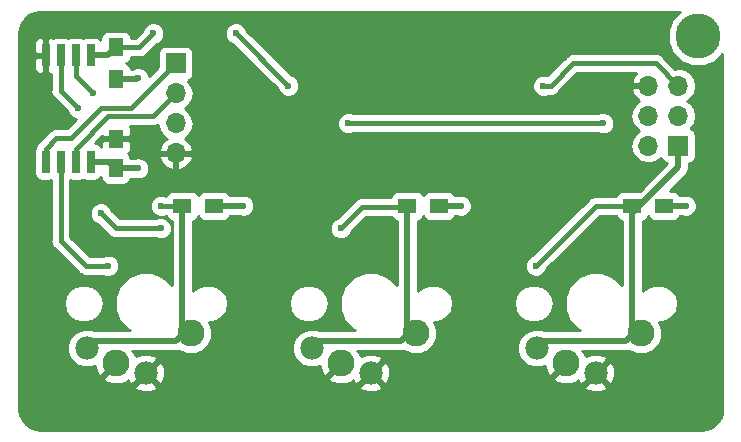
<source format=gbr>
G04 #@! TF.GenerationSoftware,KiCad,Pcbnew,(5.0.1)-4*
G04 #@! TF.CreationDate,2019-08-19T00:57:11-04:00*
G04 #@! TF.ProjectId,KeebCard,4B656562436172642E6B696361645F70,rev?*
G04 #@! TF.SameCoordinates,Original*
G04 #@! TF.FileFunction,Copper,L1,Top,Signal*
G04 #@! TF.FilePolarity,Positive*
%FSLAX46Y46*%
G04 Gerber Fmt 4.6, Leading zero omitted, Abs format (unit mm)*
G04 Created by KiCad (PCBNEW (5.0.1)-4) date 8/19/2019 12:57:11 AM*
%MOMM*%
%LPD*%
G01*
G04 APERTURE LIST*
G04 #@! TA.AperFunction,ComponentPad*
%ADD10C,1.987400*%
G04 #@! TD*
G04 #@! TA.AperFunction,ComponentPad*
%ADD11C,2.286000*%
G04 #@! TD*
G04 #@! TA.AperFunction,SMDPad,CuDef*
%ADD12R,1.500000X1.300000*%
G04 #@! TD*
G04 #@! TA.AperFunction,SMDPad,CuDef*
%ADD13R,1.250000X1.500000*%
G04 #@! TD*
G04 #@! TA.AperFunction,SMDPad,CuDef*
%ADD14R,1.300000X1.500000*%
G04 #@! TD*
G04 #@! TA.AperFunction,SMDPad,CuDef*
%ADD15R,0.650000X1.905000*%
G04 #@! TD*
G04 #@! TA.AperFunction,ComponentPad*
%ADD16R,1.700000X1.700000*%
G04 #@! TD*
G04 #@! TA.AperFunction,ComponentPad*
%ADD17O,1.700000X1.700000*%
G04 #@! TD*
G04 #@! TA.AperFunction,ComponentPad*
%ADD18C,3.800000*%
G04 #@! TD*
G04 #@! TA.AperFunction,ViaPad*
%ADD19C,0.600000*%
G04 #@! TD*
G04 #@! TA.AperFunction,Conductor*
%ADD20C,0.406400*%
G04 #@! TD*
G04 #@! TA.AperFunction,Conductor*
%ADD21C,0.508000*%
G04 #@! TD*
G04 #@! TA.AperFunction,Conductor*
%ADD22C,0.254000*%
G04 #@! TD*
G04 APERTURE END LIST*
D10*
G04 #@! TO.P,SW2,2*
G04 #@! TO.N,/PB3*
X131906000Y-127752000D03*
G04 #@! TO.P,SW2,1*
G04 #@! TO.N,GND*
X136906000Y-129852000D03*
D11*
X134366000Y-129032000D03*
G04 #@! TO.P,SW2,2*
G04 #@! TO.N,/PB3*
X140716000Y-126492000D03*
G04 #@! TD*
D10*
G04 #@! TO.P,SW3,2*
G04 #@! TO.N,/PB4*
X150956000Y-127752000D03*
G04 #@! TO.P,SW3,1*
G04 #@! TO.N,GND*
X155956000Y-129852000D03*
D11*
X153416000Y-129032000D03*
G04 #@! TO.P,SW3,2*
G04 #@! TO.N,/PB4*
X159766000Y-126492000D03*
G04 #@! TD*
D10*
G04 #@! TO.P,SW1,2*
G04 #@! TO.N,/PB1*
X170006000Y-127752000D03*
G04 #@! TO.P,SW1,1*
G04 #@! TO.N,GND*
X175006000Y-129852000D03*
D11*
X172466000Y-129032000D03*
G04 #@! TO.P,SW1,2*
G04 #@! TO.N,/PB1*
X178816000Y-126492000D03*
G04 #@! TD*
D12*
G04 #@! TO.P,R1,1*
G04 #@! TO.N,VCC*
X142701000Y-115697000D03*
G04 #@! TO.P,R1,2*
G04 #@! TO.N,/PB3*
X140001000Y-115697000D03*
G04 #@! TD*
G04 #@! TO.P,R2,1*
G04 #@! TO.N,VCC*
X161751000Y-115697000D03*
G04 #@! TO.P,R2,2*
G04 #@! TO.N,/PB4*
X159051000Y-115697000D03*
G04 #@! TD*
G04 #@! TO.P,R3,1*
G04 #@! TO.N,VCC*
X180801000Y-115697000D03*
G04 #@! TO.P,R3,2*
G04 #@! TO.N,/PB1*
X178101000Y-115697000D03*
G04 #@! TD*
D13*
G04 #@! TO.P,C1,1*
G04 #@! TO.N,VCC*
X134366000Y-112502000D03*
G04 #@! TO.P,C1,2*
G04 #@! TO.N,GND*
X134366000Y-110002000D03*
G04 #@! TD*
D14*
G04 #@! TO.P,R4,1*
G04 #@! TO.N,/PB5*
X134366000Y-102282000D03*
G04 #@! TO.P,R4,2*
G04 #@! TO.N,VCC*
X134366000Y-104982000D03*
G04 #@! TD*
D15*
G04 #@! TO.P,U1,1*
G04 #@! TO.N,/PB5*
X132231000Y-102962000D03*
G04 #@! TO.P,U1,2*
G04 #@! TO.N,/PB3*
X130961000Y-102962000D03*
G04 #@! TO.P,U1,3*
G04 #@! TO.N,/PB4*
X129691000Y-102962000D03*
G04 #@! TO.P,U1,4*
G04 #@! TO.N,GND*
X128421000Y-102962000D03*
G04 #@! TO.P,U1,5*
G04 #@! TO.N,/PB0*
X128421000Y-111962000D03*
G04 #@! TO.P,U1,6*
G04 #@! TO.N,/PB1*
X129691000Y-111962000D03*
G04 #@! TO.P,U1,7*
G04 #@! TO.N,/PB2*
X130961000Y-111962000D03*
G04 #@! TO.P,U1,8*
G04 #@! TO.N,VCC*
X132231000Y-111962000D03*
G04 #@! TD*
D16*
G04 #@! TO.P,J1,1*
G04 #@! TO.N,/PB1*
X181991000Y-110617000D03*
D17*
G04 #@! TO.P,J1,2*
G04 #@! TO.N,VCC*
X179451000Y-110617000D03*
G04 #@! TO.P,J1,3*
G04 #@! TO.N,/PB2*
X181991000Y-108077000D03*
G04 #@! TO.P,J1,4*
G04 #@! TO.N,/PB0*
X179451000Y-108077000D03*
G04 #@! TO.P,J1,5*
G04 #@! TO.N,/PB5*
X181991000Y-105537000D03*
G04 #@! TO.P,J1,6*
G04 #@! TO.N,GND*
X179451000Y-105537000D03*
G04 #@! TD*
D16*
G04 #@! TO.P,DS1,4*
G04 #@! TO.N,/PB0*
X139446000Y-103632000D03*
D17*
G04 #@! TO.P,DS1,3*
G04 #@! TO.N,/PB2*
X139446000Y-106172000D03*
G04 #@! TO.P,DS1,2*
G04 #@! TO.N,VCC*
X139446000Y-108712000D03*
G04 #@! TO.P,DS1,1*
G04 #@! TO.N,GND*
X139446000Y-111252000D03*
G04 #@! TD*
D18*
G04 #@! TO.P,REF\002A\002A,1*
G04 #@! TO.N,N/C*
X183642000Y-101346000D03*
G04 #@! TD*
D19*
G04 #@! TO.N,/PB2*
X175641000Y-108712000D03*
X154051000Y-108712000D03*
G04 #@! TO.N,/PB3*
X138176000Y-115697000D03*
X132461000Y-106172000D03*
G04 #@! TO.N,/PB5*
X170561000Y-105537000D03*
X148971000Y-105537000D03*
X137541000Y-101092000D03*
X144526000Y-101092000D03*
G04 #@! TO.N,/PB1*
X169926000Y-120777000D03*
X133731000Y-120777000D03*
G04 #@! TO.N,/PB4*
X153416000Y-117602000D03*
X138176000Y-117602000D03*
X133096000Y-116332000D03*
X131191000Y-107442000D03*
G04 #@! TO.N,VCC*
X163576000Y-115697000D03*
X182626000Y-115697000D03*
X145161000Y-115697000D03*
X136271000Y-112522000D03*
X136271000Y-104902000D03*
G04 #@! TD*
D20*
G04 #@! TO.N,/PB2*
X154051000Y-108712000D02*
X175641000Y-108712000D01*
X130961000Y-111962000D02*
X130961000Y-110847000D01*
X137541000Y-108077000D02*
X139446000Y-106172000D01*
X133731000Y-108077000D02*
X137541000Y-108077000D01*
X130961000Y-110847000D02*
X133731000Y-108077000D01*
G04 #@! TO.N,/PB0*
X128421000Y-111962000D02*
X128421000Y-110847000D01*
X135636000Y-107442000D02*
X139446000Y-103632000D01*
X133096000Y-107442000D02*
X135636000Y-107442000D01*
X130556000Y-109982000D02*
X133096000Y-107442000D01*
X129286000Y-109982000D02*
X130556000Y-109982000D01*
X128421000Y-110847000D02*
X129286000Y-109982000D01*
D21*
G04 #@! TO.N,/PB3*
X140001000Y-115697000D02*
X140001000Y-125142000D01*
X140001000Y-125777000D02*
X140716000Y-126492000D01*
X140001000Y-125142000D02*
X140001000Y-125777000D01*
D20*
X130961000Y-102962000D02*
X130961000Y-104672000D01*
X138176000Y-115697000D02*
X140001000Y-115697000D01*
X130961000Y-104672000D02*
X132461000Y-106172000D01*
D21*
X140716000Y-126492000D02*
X140081000Y-126492000D01*
X132531000Y-127127000D02*
X131906000Y-127752000D01*
X139446000Y-127127000D02*
X132531000Y-127127000D01*
X140081000Y-126492000D02*
X139446000Y-127127000D01*
G04 #@! TO.N,/PB5*
X132231000Y-102962000D02*
X133686000Y-102962000D01*
X133686000Y-102962000D02*
X134366000Y-102282000D01*
D20*
X134366000Y-102282000D02*
X136351000Y-102282000D01*
X171196000Y-105537000D02*
X173101000Y-103632000D01*
X170561000Y-105537000D02*
X171196000Y-105537000D01*
X180086000Y-103632000D02*
X181991000Y-105537000D01*
X173101000Y-103632000D02*
X180086000Y-103632000D01*
X144526000Y-101092000D02*
X148971000Y-105537000D01*
X136351000Y-102282000D02*
X137541000Y-101092000D01*
D21*
G04 #@! TO.N,/PB1*
X178816000Y-126492000D02*
X178101000Y-125777000D01*
X178101000Y-125142000D02*
X178101000Y-115697000D01*
X178101000Y-125142000D02*
X178101000Y-125777000D01*
D20*
X169926000Y-120777000D02*
X175006000Y-115697000D01*
X178101000Y-115697000D02*
X175006000Y-115697000D01*
X129691000Y-118642000D02*
X131826000Y-120777000D01*
X131826000Y-120777000D02*
X133731000Y-120777000D01*
X129691000Y-118642000D02*
X129691000Y-117348000D01*
X129691000Y-117372000D02*
X129691000Y-117348000D01*
X129691000Y-117348000D02*
X129691000Y-111962000D01*
D21*
X181991000Y-110617000D02*
X181991000Y-112442000D01*
X181991000Y-112442000D02*
X178101000Y-116332000D01*
X178816000Y-126492000D02*
X178181000Y-126492000D01*
X170631000Y-127127000D02*
X170006000Y-127752000D01*
X177546000Y-127127000D02*
X170631000Y-127127000D01*
X178181000Y-126492000D02*
X177546000Y-127127000D01*
G04 #@! TO.N,/PB4*
X159051000Y-115824000D02*
X159051000Y-125142000D01*
X159051000Y-125777000D02*
X159766000Y-126492000D01*
X159051000Y-125142000D02*
X159051000Y-125777000D01*
D20*
X129691000Y-102962000D02*
X129691000Y-105942000D01*
X155194000Y-115824000D02*
X159051000Y-115824000D01*
X153416000Y-117602000D02*
X155194000Y-115824000D01*
X134366000Y-117602000D02*
X138176000Y-117602000D01*
X133096000Y-116332000D02*
X134366000Y-117602000D01*
X129691000Y-105942000D02*
X131191000Y-107442000D01*
D21*
X159766000Y-126492000D02*
X159131000Y-126492000D01*
X151581000Y-127127000D02*
X150956000Y-127752000D01*
X158496000Y-127127000D02*
X151581000Y-127127000D01*
X159131000Y-126492000D02*
X158496000Y-127127000D01*
G04 #@! TO.N,VCC*
X132231000Y-111962000D02*
X133826000Y-111962000D01*
X133826000Y-111962000D02*
X134366000Y-112502000D01*
X161751000Y-115697000D02*
X163576000Y-115697000D01*
X180801000Y-115697000D02*
X182626000Y-115697000D01*
X142701000Y-115697000D02*
X145161000Y-115697000D01*
X134366000Y-112502000D02*
X136251000Y-112502000D01*
X136251000Y-112502000D02*
X136271000Y-112522000D01*
X134366000Y-104982000D02*
X136191000Y-104982000D01*
X136191000Y-104982000D02*
X136271000Y-104902000D01*
G04 #@! TD*
D22*
G04 #@! TO.N,GND*
G36*
X181492930Y-99910038D02*
X181107000Y-100841757D01*
X181107000Y-101850243D01*
X181492930Y-102781962D01*
X182206038Y-103495070D01*
X183137757Y-103881000D01*
X184146243Y-103881000D01*
X185077962Y-103495070D01*
X185726001Y-102847031D01*
X185726000Y-132797333D01*
X185663042Y-133295699D01*
X185494697Y-133720889D01*
X185225899Y-134090859D01*
X184873541Y-134382355D01*
X184459756Y-134577067D01*
X183977339Y-134669093D01*
X183884836Y-134672000D01*
X128060667Y-134672000D01*
X127562301Y-134609042D01*
X127137111Y-134440697D01*
X126767141Y-134171899D01*
X126475645Y-133819541D01*
X126280933Y-133405756D01*
X126188907Y-132923339D01*
X126186000Y-132830836D01*
X126186000Y-130999973D01*
X135937632Y-130999973D01*
X136035523Y-131266175D01*
X136642965Y-131491645D01*
X137290452Y-131467494D01*
X137776477Y-131266175D01*
X137874368Y-130999973D01*
X154987632Y-130999973D01*
X155085523Y-131266175D01*
X155692965Y-131491645D01*
X156340452Y-131467494D01*
X156826477Y-131266175D01*
X156924368Y-130999973D01*
X174037632Y-130999973D01*
X174135523Y-131266175D01*
X174742965Y-131491645D01*
X175390452Y-131467494D01*
X175876477Y-131266175D01*
X175974368Y-130999973D01*
X175006000Y-130031605D01*
X174037632Y-130999973D01*
X156924368Y-130999973D01*
X155956000Y-130031605D01*
X154987632Y-130999973D01*
X137874368Y-130999973D01*
X136906000Y-130031605D01*
X135937632Y-130999973D01*
X126186000Y-130999973D01*
X126186000Y-127428031D01*
X130277300Y-127428031D01*
X130277300Y-128075969D01*
X130525255Y-128674584D01*
X130983416Y-129132745D01*
X131582031Y-129380700D01*
X132229969Y-129380700D01*
X132593268Y-129230216D01*
X132599751Y-129440329D01*
X132828342Y-129992194D01*
X133110037Y-130108358D01*
X134186395Y-129032000D01*
X134172253Y-129017858D01*
X134351858Y-128838253D01*
X134366000Y-128852395D01*
X134380143Y-128838253D01*
X134559748Y-129017858D01*
X134545605Y-129032000D01*
X134559748Y-129046143D01*
X134380143Y-129225748D01*
X134366000Y-129211605D01*
X133289642Y-130287963D01*
X133405806Y-130569658D01*
X134067333Y-130820062D01*
X134774329Y-130798249D01*
X135326194Y-130569658D01*
X135377246Y-130445859D01*
X135491825Y-130722477D01*
X135758027Y-130820368D01*
X136726395Y-129852000D01*
X137085605Y-129852000D01*
X138053973Y-130820368D01*
X138320175Y-130722477D01*
X138545645Y-130115035D01*
X138521494Y-129467548D01*
X138320175Y-128981523D01*
X138053973Y-128883632D01*
X137085605Y-129852000D01*
X136726395Y-129852000D01*
X136712253Y-129837858D01*
X136891858Y-129658253D01*
X136906000Y-129672395D01*
X137874368Y-128704027D01*
X137776477Y-128437825D01*
X137169035Y-128212355D01*
X136521548Y-128236506D01*
X136052377Y-128430844D01*
X135903658Y-128071806D01*
X135768330Y-128016000D01*
X139358445Y-128016000D01*
X139446000Y-128033416D01*
X139533555Y-128016000D01*
X139533556Y-128016000D01*
X139693678Y-127984150D01*
X139708844Y-127999316D01*
X140362334Y-128270000D01*
X141069666Y-128270000D01*
X141723156Y-127999316D01*
X142223316Y-127499156D01*
X142252776Y-127428031D01*
X149327300Y-127428031D01*
X149327300Y-128075969D01*
X149575255Y-128674584D01*
X150033416Y-129132745D01*
X150632031Y-129380700D01*
X151279969Y-129380700D01*
X151643268Y-129230216D01*
X151649751Y-129440329D01*
X151878342Y-129992194D01*
X152160037Y-130108358D01*
X153236395Y-129032000D01*
X153222253Y-129017858D01*
X153401858Y-128838253D01*
X153416000Y-128852395D01*
X153430143Y-128838253D01*
X153609748Y-129017858D01*
X153595605Y-129032000D01*
X153609748Y-129046143D01*
X153430143Y-129225748D01*
X153416000Y-129211605D01*
X152339642Y-130287963D01*
X152455806Y-130569658D01*
X153117333Y-130820062D01*
X153824329Y-130798249D01*
X154376194Y-130569658D01*
X154427246Y-130445859D01*
X154541825Y-130722477D01*
X154808027Y-130820368D01*
X155776395Y-129852000D01*
X156135605Y-129852000D01*
X157103973Y-130820368D01*
X157370175Y-130722477D01*
X157595645Y-130115035D01*
X157571494Y-129467548D01*
X157370175Y-128981523D01*
X157103973Y-128883632D01*
X156135605Y-129852000D01*
X155776395Y-129852000D01*
X155762253Y-129837858D01*
X155941858Y-129658253D01*
X155956000Y-129672395D01*
X156924368Y-128704027D01*
X156826477Y-128437825D01*
X156219035Y-128212355D01*
X155571548Y-128236506D01*
X155102377Y-128430844D01*
X154953658Y-128071806D01*
X154818330Y-128016000D01*
X158408445Y-128016000D01*
X158496000Y-128033416D01*
X158583555Y-128016000D01*
X158583556Y-128016000D01*
X158743678Y-127984150D01*
X158758844Y-127999316D01*
X159412334Y-128270000D01*
X160119666Y-128270000D01*
X160773156Y-127999316D01*
X161273316Y-127499156D01*
X161302776Y-127428031D01*
X168377300Y-127428031D01*
X168377300Y-128075969D01*
X168625255Y-128674584D01*
X169083416Y-129132745D01*
X169682031Y-129380700D01*
X170329969Y-129380700D01*
X170693268Y-129230216D01*
X170699751Y-129440329D01*
X170928342Y-129992194D01*
X171210037Y-130108358D01*
X172286395Y-129032000D01*
X172272253Y-129017858D01*
X172451858Y-128838253D01*
X172466000Y-128852395D01*
X172480143Y-128838253D01*
X172659748Y-129017858D01*
X172645605Y-129032000D01*
X172659748Y-129046143D01*
X172480143Y-129225748D01*
X172466000Y-129211605D01*
X171389642Y-130287963D01*
X171505806Y-130569658D01*
X172167333Y-130820062D01*
X172874329Y-130798249D01*
X173426194Y-130569658D01*
X173477246Y-130445859D01*
X173591825Y-130722477D01*
X173858027Y-130820368D01*
X174826395Y-129852000D01*
X175185605Y-129852000D01*
X176153973Y-130820368D01*
X176420175Y-130722477D01*
X176645645Y-130115035D01*
X176621494Y-129467548D01*
X176420175Y-128981523D01*
X176153973Y-128883632D01*
X175185605Y-129852000D01*
X174826395Y-129852000D01*
X174812253Y-129837858D01*
X174991858Y-129658253D01*
X175006000Y-129672395D01*
X175974368Y-128704027D01*
X175876477Y-128437825D01*
X175269035Y-128212355D01*
X174621548Y-128236506D01*
X174152377Y-128430844D01*
X174003658Y-128071806D01*
X173868330Y-128016000D01*
X177458445Y-128016000D01*
X177546000Y-128033416D01*
X177633555Y-128016000D01*
X177633556Y-128016000D01*
X177793678Y-127984150D01*
X177808844Y-127999316D01*
X178462334Y-128270000D01*
X179169666Y-128270000D01*
X179823156Y-127999316D01*
X180323316Y-127499156D01*
X180594000Y-126845666D01*
X180594000Y-126138334D01*
X180344920Y-125537000D01*
X180512103Y-125537000D01*
X180974436Y-125445036D01*
X181498721Y-125094721D01*
X181849036Y-124570436D01*
X181972051Y-123952000D01*
X181849036Y-123333564D01*
X181498721Y-122809279D01*
X180974436Y-122458964D01*
X180512103Y-122367000D01*
X180028997Y-122367000D01*
X179566664Y-122458964D01*
X179042379Y-122809279D01*
X178990000Y-122887670D01*
X178990000Y-116966791D01*
X179098765Y-116945157D01*
X179308809Y-116804809D01*
X179449157Y-116594765D01*
X179451000Y-116585500D01*
X179452843Y-116594765D01*
X179593191Y-116804809D01*
X179803235Y-116945157D01*
X180051000Y-116994440D01*
X181551000Y-116994440D01*
X181798765Y-116945157D01*
X182008809Y-116804809D01*
X182149157Y-116594765D01*
X182150900Y-116586000D01*
X182328963Y-116586000D01*
X182440017Y-116632000D01*
X182811983Y-116632000D01*
X183155635Y-116489655D01*
X183418655Y-116226635D01*
X183561000Y-115882983D01*
X183561000Y-115511017D01*
X183418655Y-115167365D01*
X183155635Y-114904345D01*
X182811983Y-114762000D01*
X182440017Y-114762000D01*
X182328963Y-114808000D01*
X182150900Y-114808000D01*
X182149157Y-114799235D01*
X182008809Y-114589191D01*
X181798765Y-114448843D01*
X181551000Y-114399560D01*
X181290676Y-114399560D01*
X182557707Y-113132529D01*
X182631933Y-113082933D01*
X182828419Y-112788870D01*
X182880000Y-112529556D01*
X182880000Y-112529555D01*
X182897416Y-112442000D01*
X182880000Y-112354445D01*
X182880000Y-112106682D01*
X183088765Y-112065157D01*
X183298809Y-111924809D01*
X183439157Y-111714765D01*
X183488440Y-111467000D01*
X183488440Y-109767000D01*
X183439157Y-109519235D01*
X183298809Y-109309191D01*
X183088765Y-109168843D01*
X183043381Y-109159816D01*
X183061625Y-109147625D01*
X183389839Y-108656418D01*
X183505092Y-108077000D01*
X183389839Y-107497582D01*
X183061625Y-107006375D01*
X182763239Y-106807000D01*
X183061625Y-106607625D01*
X183389839Y-106116418D01*
X183505092Y-105537000D01*
X183389839Y-104957582D01*
X183061625Y-104466375D01*
X182570418Y-104138161D01*
X182137256Y-104052000D01*
X181844744Y-104052000D01*
X181716836Y-104077442D01*
X180737072Y-103097679D01*
X180690308Y-103027692D01*
X180413049Y-102842433D01*
X180168554Y-102793800D01*
X180168549Y-102793800D01*
X180086000Y-102777380D01*
X180003451Y-102793800D01*
X173183549Y-102793800D01*
X173101000Y-102777380D01*
X173018451Y-102793800D01*
X173018446Y-102793800D01*
X172773951Y-102842433D01*
X172718557Y-102879446D01*
X172566677Y-102980929D01*
X172566676Y-102980930D01*
X172496692Y-103027692D01*
X172449930Y-103097676D01*
X170887431Y-104660175D01*
X170746983Y-104602000D01*
X170375017Y-104602000D01*
X170031365Y-104744345D01*
X169768345Y-105007365D01*
X169626000Y-105351017D01*
X169626000Y-105722983D01*
X169768345Y-106066635D01*
X170031365Y-106329655D01*
X170375017Y-106472000D01*
X170746983Y-106472000D01*
X170980679Y-106375200D01*
X171113451Y-106375200D01*
X171196000Y-106391620D01*
X171278549Y-106375200D01*
X171278554Y-106375200D01*
X171523049Y-106326567D01*
X171800308Y-106141308D01*
X171847072Y-106071321D01*
X173448194Y-104470200D01*
X178452642Y-104470200D01*
X178179355Y-104770076D01*
X178009524Y-105180110D01*
X178130845Y-105410000D01*
X179324000Y-105410000D01*
X179324000Y-105390000D01*
X179578000Y-105390000D01*
X179578000Y-105410000D01*
X179598000Y-105410000D01*
X179598000Y-105664000D01*
X179578000Y-105664000D01*
X179578000Y-105684000D01*
X179324000Y-105684000D01*
X179324000Y-105664000D01*
X178130845Y-105664000D01*
X178009524Y-105893890D01*
X178179355Y-106303924D01*
X178569642Y-106732183D01*
X178699478Y-106793157D01*
X178380375Y-107006375D01*
X178052161Y-107497582D01*
X177936908Y-108077000D01*
X178052161Y-108656418D01*
X178380375Y-109147625D01*
X178678761Y-109347000D01*
X178380375Y-109546375D01*
X178052161Y-110037582D01*
X177936908Y-110617000D01*
X178052161Y-111196418D01*
X178380375Y-111687625D01*
X178871582Y-112015839D01*
X179304744Y-112102000D01*
X179597256Y-112102000D01*
X180030418Y-112015839D01*
X180521625Y-111687625D01*
X180533816Y-111669381D01*
X180542843Y-111714765D01*
X180683191Y-111924809D01*
X180893235Y-112065157D01*
X181074543Y-112101221D01*
X178776205Y-114399560D01*
X177351000Y-114399560D01*
X177103235Y-114448843D01*
X176893191Y-114589191D01*
X176752843Y-114799235D01*
X176740995Y-114858800D01*
X175088549Y-114858800D01*
X175006000Y-114842380D01*
X174923451Y-114858800D01*
X174923446Y-114858800D01*
X174678951Y-114907433D01*
X174678949Y-114907434D01*
X174678950Y-114907434D01*
X174471677Y-115045929D01*
X174471676Y-115045930D01*
X174401692Y-115092692D01*
X174354930Y-115162676D01*
X169630062Y-119887545D01*
X169396365Y-119984345D01*
X169133345Y-120247365D01*
X168991000Y-120591017D01*
X168991000Y-120962983D01*
X169133345Y-121306635D01*
X169396365Y-121569655D01*
X169740017Y-121712000D01*
X170111983Y-121712000D01*
X170455635Y-121569655D01*
X170718655Y-121306635D01*
X170815455Y-121072938D01*
X175353194Y-116535200D01*
X176740995Y-116535200D01*
X176752843Y-116594765D01*
X176893191Y-116804809D01*
X177103235Y-116945157D01*
X177212001Y-116966792D01*
X177212000Y-122440174D01*
X176495152Y-121723326D01*
X175528921Y-121323100D01*
X174483079Y-121323100D01*
X173516848Y-121723326D01*
X172777326Y-122462848D01*
X172377100Y-123429079D01*
X172377100Y-124474921D01*
X172777326Y-125441152D01*
X173516848Y-126180674D01*
X173655245Y-126238000D01*
X170718550Y-126238000D01*
X170630999Y-126220585D01*
X170586300Y-126229476D01*
X170329969Y-126123300D01*
X169682031Y-126123300D01*
X169083416Y-126371255D01*
X168625255Y-126829416D01*
X168377300Y-127428031D01*
X161302776Y-127428031D01*
X161544000Y-126845666D01*
X161544000Y-126138334D01*
X161294920Y-125537000D01*
X161462103Y-125537000D01*
X161924436Y-125445036D01*
X162448721Y-125094721D01*
X162799036Y-124570436D01*
X162922051Y-123952000D01*
X168039949Y-123952000D01*
X168162964Y-124570436D01*
X168513279Y-125094721D01*
X169037564Y-125445036D01*
X169499897Y-125537000D01*
X169983003Y-125537000D01*
X170445336Y-125445036D01*
X170969621Y-125094721D01*
X171319936Y-124570436D01*
X171442951Y-123952000D01*
X171319936Y-123333564D01*
X170969621Y-122809279D01*
X170445336Y-122458964D01*
X169983003Y-122367000D01*
X169499897Y-122367000D01*
X169037564Y-122458964D01*
X168513279Y-122809279D01*
X168162964Y-123333564D01*
X168039949Y-123952000D01*
X162922051Y-123952000D01*
X162799036Y-123333564D01*
X162448721Y-122809279D01*
X161924436Y-122458964D01*
X161462103Y-122367000D01*
X160978997Y-122367000D01*
X160516664Y-122458964D01*
X159992379Y-122809279D01*
X159940000Y-122887670D01*
X159940000Y-116966791D01*
X160048765Y-116945157D01*
X160258809Y-116804809D01*
X160399157Y-116594765D01*
X160401000Y-116585500D01*
X160402843Y-116594765D01*
X160543191Y-116804809D01*
X160753235Y-116945157D01*
X161001000Y-116994440D01*
X162501000Y-116994440D01*
X162748765Y-116945157D01*
X162958809Y-116804809D01*
X163099157Y-116594765D01*
X163100900Y-116586000D01*
X163278963Y-116586000D01*
X163390017Y-116632000D01*
X163761983Y-116632000D01*
X164105635Y-116489655D01*
X164368655Y-116226635D01*
X164511000Y-115882983D01*
X164511000Y-115511017D01*
X164368655Y-115167365D01*
X164105635Y-114904345D01*
X163761983Y-114762000D01*
X163390017Y-114762000D01*
X163278963Y-114808000D01*
X163100900Y-114808000D01*
X163099157Y-114799235D01*
X162958809Y-114589191D01*
X162748765Y-114448843D01*
X162501000Y-114399560D01*
X161001000Y-114399560D01*
X160753235Y-114448843D01*
X160543191Y-114589191D01*
X160402843Y-114799235D01*
X160401000Y-114808500D01*
X160399157Y-114799235D01*
X160258809Y-114589191D01*
X160048765Y-114448843D01*
X159801000Y-114399560D01*
X158301000Y-114399560D01*
X158053235Y-114448843D01*
X157843191Y-114589191D01*
X157702843Y-114799235D01*
X157665733Y-114985800D01*
X155276549Y-114985800D01*
X155194000Y-114969380D01*
X155111451Y-114985800D01*
X155111446Y-114985800D01*
X154866951Y-115034433D01*
X154834574Y-115056067D01*
X154659677Y-115172929D01*
X154659676Y-115172930D01*
X154589692Y-115219692D01*
X154542930Y-115289676D01*
X153120062Y-116712545D01*
X152886365Y-116809345D01*
X152623345Y-117072365D01*
X152481000Y-117416017D01*
X152481000Y-117787983D01*
X152623345Y-118131635D01*
X152886365Y-118394655D01*
X153230017Y-118537000D01*
X153601983Y-118537000D01*
X153945635Y-118394655D01*
X154208655Y-118131635D01*
X154305455Y-117897938D01*
X155541194Y-116662200D01*
X157747902Y-116662200D01*
X157843191Y-116804809D01*
X158053235Y-116945157D01*
X158162000Y-116966791D01*
X158162001Y-122440175D01*
X157445152Y-121723326D01*
X156478921Y-121323100D01*
X155433079Y-121323100D01*
X154466848Y-121723326D01*
X153727326Y-122462848D01*
X153327100Y-123429079D01*
X153327100Y-124474921D01*
X153727326Y-125441152D01*
X154466848Y-126180674D01*
X154605245Y-126238000D01*
X151668550Y-126238000D01*
X151580999Y-126220585D01*
X151536300Y-126229476D01*
X151279969Y-126123300D01*
X150632031Y-126123300D01*
X150033416Y-126371255D01*
X149575255Y-126829416D01*
X149327300Y-127428031D01*
X142252776Y-127428031D01*
X142494000Y-126845666D01*
X142494000Y-126138334D01*
X142244920Y-125537000D01*
X142412103Y-125537000D01*
X142874436Y-125445036D01*
X143398721Y-125094721D01*
X143749036Y-124570436D01*
X143872051Y-123952000D01*
X148989949Y-123952000D01*
X149112964Y-124570436D01*
X149463279Y-125094721D01*
X149987564Y-125445036D01*
X150449897Y-125537000D01*
X150933003Y-125537000D01*
X151395336Y-125445036D01*
X151919621Y-125094721D01*
X152269936Y-124570436D01*
X152392951Y-123952000D01*
X152269936Y-123333564D01*
X151919621Y-122809279D01*
X151395336Y-122458964D01*
X150933003Y-122367000D01*
X150449897Y-122367000D01*
X149987564Y-122458964D01*
X149463279Y-122809279D01*
X149112964Y-123333564D01*
X148989949Y-123952000D01*
X143872051Y-123952000D01*
X143749036Y-123333564D01*
X143398721Y-122809279D01*
X142874436Y-122458964D01*
X142412103Y-122367000D01*
X141928997Y-122367000D01*
X141466664Y-122458964D01*
X140942379Y-122809279D01*
X140890000Y-122887670D01*
X140890000Y-116966791D01*
X140998765Y-116945157D01*
X141208809Y-116804809D01*
X141349157Y-116594765D01*
X141351000Y-116585500D01*
X141352843Y-116594765D01*
X141493191Y-116804809D01*
X141703235Y-116945157D01*
X141951000Y-116994440D01*
X143451000Y-116994440D01*
X143698765Y-116945157D01*
X143908809Y-116804809D01*
X144049157Y-116594765D01*
X144050900Y-116586000D01*
X144863963Y-116586000D01*
X144975017Y-116632000D01*
X145346983Y-116632000D01*
X145690635Y-116489655D01*
X145953655Y-116226635D01*
X146096000Y-115882983D01*
X146096000Y-115511017D01*
X145953655Y-115167365D01*
X145690635Y-114904345D01*
X145346983Y-114762000D01*
X144975017Y-114762000D01*
X144863963Y-114808000D01*
X144050900Y-114808000D01*
X144049157Y-114799235D01*
X143908809Y-114589191D01*
X143698765Y-114448843D01*
X143451000Y-114399560D01*
X141951000Y-114399560D01*
X141703235Y-114448843D01*
X141493191Y-114589191D01*
X141352843Y-114799235D01*
X141351000Y-114808500D01*
X141349157Y-114799235D01*
X141208809Y-114589191D01*
X140998765Y-114448843D01*
X140751000Y-114399560D01*
X139251000Y-114399560D01*
X139003235Y-114448843D01*
X138793191Y-114589191D01*
X138652843Y-114799235D01*
X138640995Y-114858800D01*
X138595679Y-114858800D01*
X138361983Y-114762000D01*
X137990017Y-114762000D01*
X137646365Y-114904345D01*
X137383345Y-115167365D01*
X137241000Y-115511017D01*
X137241000Y-115882983D01*
X137383345Y-116226635D01*
X137646365Y-116489655D01*
X137990017Y-116632000D01*
X138361983Y-116632000D01*
X138595679Y-116535200D01*
X138640995Y-116535200D01*
X138652843Y-116594765D01*
X138793191Y-116804809D01*
X139003235Y-116945157D01*
X139112000Y-116966792D01*
X139112001Y-122440175D01*
X138395152Y-121723326D01*
X137428921Y-121323100D01*
X136383079Y-121323100D01*
X135416848Y-121723326D01*
X134677326Y-122462848D01*
X134277100Y-123429079D01*
X134277100Y-124474921D01*
X134677326Y-125441152D01*
X135416848Y-126180674D01*
X135555245Y-126238000D01*
X132618550Y-126238000D01*
X132530999Y-126220585D01*
X132486300Y-126229476D01*
X132229969Y-126123300D01*
X131582031Y-126123300D01*
X130983416Y-126371255D01*
X130525255Y-126829416D01*
X130277300Y-127428031D01*
X126186000Y-127428031D01*
X126186000Y-123952000D01*
X129939949Y-123952000D01*
X130062964Y-124570436D01*
X130413279Y-125094721D01*
X130937564Y-125445036D01*
X131399897Y-125537000D01*
X131883003Y-125537000D01*
X132345336Y-125445036D01*
X132869621Y-125094721D01*
X133219936Y-124570436D01*
X133342951Y-123952000D01*
X133219936Y-123333564D01*
X132869621Y-122809279D01*
X132345336Y-122458964D01*
X131883003Y-122367000D01*
X131399897Y-122367000D01*
X130937564Y-122458964D01*
X130413279Y-122809279D01*
X130062964Y-123333564D01*
X129939949Y-123952000D01*
X126186000Y-123952000D01*
X126186000Y-111009500D01*
X127448560Y-111009500D01*
X127448560Y-112914500D01*
X127497843Y-113162265D01*
X127638191Y-113372309D01*
X127848235Y-113512657D01*
X128096000Y-113561940D01*
X128746000Y-113561940D01*
X128852801Y-113540696D01*
X128852800Y-117265446D01*
X128852800Y-117454553D01*
X128852801Y-117454557D01*
X128852800Y-118559450D01*
X128836380Y-118642000D01*
X128852800Y-118724549D01*
X128852800Y-118724553D01*
X128901433Y-118969048D01*
X129086692Y-119246308D01*
X129156679Y-119293072D01*
X131174930Y-121311324D01*
X131221692Y-121381308D01*
X131291676Y-121428070D01*
X131291677Y-121428071D01*
X131405245Y-121503955D01*
X131498951Y-121566567D01*
X131743446Y-121615200D01*
X131743451Y-121615200D01*
X131826000Y-121631620D01*
X131908549Y-121615200D01*
X133311321Y-121615200D01*
X133545017Y-121712000D01*
X133916983Y-121712000D01*
X134260635Y-121569655D01*
X134523655Y-121306635D01*
X134666000Y-120962983D01*
X134666000Y-120591017D01*
X134523655Y-120247365D01*
X134260635Y-119984345D01*
X133916983Y-119842000D01*
X133545017Y-119842000D01*
X133311321Y-119938800D01*
X132173194Y-119938800D01*
X130529200Y-118294807D01*
X130529200Y-116146017D01*
X132161000Y-116146017D01*
X132161000Y-116517983D01*
X132303345Y-116861635D01*
X132566365Y-117124655D01*
X132800062Y-117221455D01*
X133714930Y-118136324D01*
X133761692Y-118206308D01*
X133831676Y-118253070D01*
X133831677Y-118253071D01*
X133924287Y-118314951D01*
X134038951Y-118391567D01*
X134283446Y-118440200D01*
X134283450Y-118440200D01*
X134365999Y-118456620D01*
X134448548Y-118440200D01*
X137756321Y-118440200D01*
X137990017Y-118537000D01*
X138361983Y-118537000D01*
X138705635Y-118394655D01*
X138968655Y-118131635D01*
X139111000Y-117787983D01*
X139111000Y-117416017D01*
X138968655Y-117072365D01*
X138705635Y-116809345D01*
X138361983Y-116667000D01*
X137990017Y-116667000D01*
X137756321Y-116763800D01*
X134713194Y-116763800D01*
X133985455Y-116036062D01*
X133888655Y-115802365D01*
X133625635Y-115539345D01*
X133281983Y-115397000D01*
X132910017Y-115397000D01*
X132566365Y-115539345D01*
X132303345Y-115802365D01*
X132161000Y-116146017D01*
X130529200Y-116146017D01*
X130529200Y-113540696D01*
X130636000Y-113561940D01*
X131286000Y-113561940D01*
X131533765Y-113512657D01*
X131596000Y-113471073D01*
X131658235Y-113512657D01*
X131906000Y-113561940D01*
X132556000Y-113561940D01*
X132803765Y-113512657D01*
X133013809Y-113372309D01*
X133093706Y-113252735D01*
X133142843Y-113499765D01*
X133283191Y-113709809D01*
X133493235Y-113850157D01*
X133741000Y-113899440D01*
X134991000Y-113899440D01*
X135238765Y-113850157D01*
X135448809Y-113709809D01*
X135589157Y-113499765D01*
X135610791Y-113391000D01*
X135925679Y-113391000D01*
X136085017Y-113457000D01*
X136456983Y-113457000D01*
X136800635Y-113314655D01*
X137063655Y-113051635D01*
X137206000Y-112707983D01*
X137206000Y-112336017D01*
X137063655Y-111992365D01*
X136800635Y-111729345D01*
X136509831Y-111608890D01*
X138004524Y-111608890D01*
X138174355Y-112018924D01*
X138564642Y-112447183D01*
X139089108Y-112693486D01*
X139319000Y-112572819D01*
X139319000Y-111379000D01*
X139573000Y-111379000D01*
X139573000Y-112572819D01*
X139802892Y-112693486D01*
X140327358Y-112447183D01*
X140717645Y-112018924D01*
X140887476Y-111608890D01*
X140766155Y-111379000D01*
X139573000Y-111379000D01*
X139319000Y-111379000D01*
X138125845Y-111379000D01*
X138004524Y-111608890D01*
X136509831Y-111608890D01*
X136456983Y-111587000D01*
X136085017Y-111587000D01*
X136022247Y-111613000D01*
X135610791Y-111613000D01*
X135589157Y-111504235D01*
X135448809Y-111294191D01*
X135387680Y-111253346D01*
X135529327Y-111111698D01*
X135626000Y-110878309D01*
X135626000Y-110287750D01*
X135467250Y-110129000D01*
X134493000Y-110129000D01*
X134493000Y-110149000D01*
X134239000Y-110149000D01*
X134239000Y-110129000D01*
X133264750Y-110129000D01*
X133106000Y-110287750D01*
X133106000Y-110689664D01*
X133013809Y-110551691D01*
X132803765Y-110411343D01*
X132618835Y-110374559D01*
X133191572Y-109801822D01*
X133264750Y-109875000D01*
X134239000Y-109875000D01*
X134239000Y-109855000D01*
X134493000Y-109855000D01*
X134493000Y-109875000D01*
X135467250Y-109875000D01*
X135626000Y-109716250D01*
X135626000Y-109125691D01*
X135538812Y-108915200D01*
X137458451Y-108915200D01*
X137541000Y-108931620D01*
X137623549Y-108915200D01*
X137623554Y-108915200D01*
X137868049Y-108866567D01*
X137951555Y-108810770D01*
X138047161Y-109291418D01*
X138375375Y-109782625D01*
X138694478Y-109995843D01*
X138564642Y-110056817D01*
X138174355Y-110485076D01*
X138004524Y-110895110D01*
X138125845Y-111125000D01*
X139319000Y-111125000D01*
X139319000Y-111105000D01*
X139573000Y-111105000D01*
X139573000Y-111125000D01*
X140766155Y-111125000D01*
X140887476Y-110895110D01*
X140717645Y-110485076D01*
X140327358Y-110056817D01*
X140197522Y-109995843D01*
X140516625Y-109782625D01*
X140844839Y-109291418D01*
X140960092Y-108712000D01*
X140923098Y-108526017D01*
X153116000Y-108526017D01*
X153116000Y-108897983D01*
X153258345Y-109241635D01*
X153521365Y-109504655D01*
X153865017Y-109647000D01*
X154236983Y-109647000D01*
X154470679Y-109550200D01*
X175221321Y-109550200D01*
X175455017Y-109647000D01*
X175826983Y-109647000D01*
X176170635Y-109504655D01*
X176433655Y-109241635D01*
X176576000Y-108897983D01*
X176576000Y-108526017D01*
X176433655Y-108182365D01*
X176170635Y-107919345D01*
X175826983Y-107777000D01*
X175455017Y-107777000D01*
X175221321Y-107873800D01*
X154470679Y-107873800D01*
X154236983Y-107777000D01*
X153865017Y-107777000D01*
X153521365Y-107919345D01*
X153258345Y-108182365D01*
X153116000Y-108526017D01*
X140923098Y-108526017D01*
X140844839Y-108132582D01*
X140516625Y-107641375D01*
X140218239Y-107442000D01*
X140516625Y-107242625D01*
X140844839Y-106751418D01*
X140960092Y-106172000D01*
X140844839Y-105592582D01*
X140516625Y-105101375D01*
X140498381Y-105089184D01*
X140543765Y-105080157D01*
X140753809Y-104939809D01*
X140894157Y-104729765D01*
X140943440Y-104482000D01*
X140943440Y-102782000D01*
X140894157Y-102534235D01*
X140753809Y-102324191D01*
X140543765Y-102183843D01*
X140296000Y-102134560D01*
X138596000Y-102134560D01*
X138348235Y-102183843D01*
X138138191Y-102324191D01*
X137997843Y-102534235D01*
X137948560Y-102782000D01*
X137948560Y-103944046D01*
X137197386Y-104695221D01*
X137063655Y-104372365D01*
X136800635Y-104109345D01*
X136456983Y-103967000D01*
X136085017Y-103967000D01*
X135780825Y-104093000D01*
X135635791Y-104093000D01*
X135614157Y-103984235D01*
X135473809Y-103774191D01*
X135263765Y-103633843D01*
X135254500Y-103632000D01*
X135263765Y-103630157D01*
X135473809Y-103489809D01*
X135614157Y-103279765D01*
X135645896Y-103120200D01*
X136268451Y-103120200D01*
X136351000Y-103136620D01*
X136433549Y-103120200D01*
X136433554Y-103120200D01*
X136678049Y-103071567D01*
X136955308Y-102886308D01*
X137002072Y-102816321D01*
X137836939Y-101981455D01*
X138070635Y-101884655D01*
X138333655Y-101621635D01*
X138476000Y-101277983D01*
X138476000Y-100906017D01*
X143591000Y-100906017D01*
X143591000Y-101277983D01*
X143733345Y-101621635D01*
X143996365Y-101884655D01*
X144230062Y-101981455D01*
X148081545Y-105832939D01*
X148178345Y-106066635D01*
X148441365Y-106329655D01*
X148785017Y-106472000D01*
X149156983Y-106472000D01*
X149500635Y-106329655D01*
X149763655Y-106066635D01*
X149906000Y-105722983D01*
X149906000Y-105351017D01*
X149763655Y-105007365D01*
X149500635Y-104744345D01*
X149266939Y-104647545D01*
X145415455Y-100796062D01*
X145318655Y-100562365D01*
X145055635Y-100299345D01*
X144711983Y-100157000D01*
X144340017Y-100157000D01*
X143996365Y-100299345D01*
X143733345Y-100562365D01*
X143591000Y-100906017D01*
X138476000Y-100906017D01*
X138333655Y-100562365D01*
X138070635Y-100299345D01*
X137726983Y-100157000D01*
X137355017Y-100157000D01*
X137011365Y-100299345D01*
X136748345Y-100562365D01*
X136651545Y-100796061D01*
X136003807Y-101443800D01*
X135645896Y-101443800D01*
X135614157Y-101284235D01*
X135473809Y-101074191D01*
X135263765Y-100933843D01*
X135016000Y-100884560D01*
X133716000Y-100884560D01*
X133468235Y-100933843D01*
X133258191Y-101074191D01*
X133117843Y-101284235D01*
X133068560Y-101532000D01*
X133068560Y-101633631D01*
X133013809Y-101551691D01*
X132803765Y-101411343D01*
X132556000Y-101362060D01*
X131906000Y-101362060D01*
X131658235Y-101411343D01*
X131596000Y-101452927D01*
X131533765Y-101411343D01*
X131286000Y-101362060D01*
X130636000Y-101362060D01*
X130388235Y-101411343D01*
X130326000Y-101452927D01*
X130263765Y-101411343D01*
X130016000Y-101362060D01*
X129366000Y-101362060D01*
X129118235Y-101411343D01*
X129058162Y-101451483D01*
X128872310Y-101374500D01*
X128706750Y-101374500D01*
X128548000Y-101533250D01*
X128548000Y-102835000D01*
X128568000Y-102835000D01*
X128568000Y-103089000D01*
X128548000Y-103089000D01*
X128548000Y-104390750D01*
X128706750Y-104549500D01*
X128852801Y-104549500D01*
X128852801Y-105859446D01*
X128836380Y-105942000D01*
X128901434Y-106269049D01*
X129039929Y-106476322D01*
X129039931Y-106476324D01*
X129086693Y-106546308D01*
X129156677Y-106593070D01*
X130301545Y-107737939D01*
X130398345Y-107971635D01*
X130661365Y-108234655D01*
X130984221Y-108368386D01*
X130208807Y-109143800D01*
X129368549Y-109143800D01*
X129286000Y-109127380D01*
X129203451Y-109143800D01*
X129203446Y-109143800D01*
X128958951Y-109192433D01*
X128885315Y-109241635D01*
X128751677Y-109330929D01*
X128751676Y-109330930D01*
X128681692Y-109377692D01*
X128634930Y-109447676D01*
X127886676Y-110195930D01*
X127816693Y-110242692D01*
X127769931Y-110312676D01*
X127769929Y-110312678D01*
X127631434Y-110519951D01*
X127619580Y-110579544D01*
X127497843Y-110761735D01*
X127448560Y-111009500D01*
X126186000Y-111009500D01*
X126186000Y-103247750D01*
X127461000Y-103247750D01*
X127461000Y-104040809D01*
X127557673Y-104274198D01*
X127736301Y-104452827D01*
X127969690Y-104549500D01*
X128135250Y-104549500D01*
X128294000Y-104390750D01*
X128294000Y-103089000D01*
X127619750Y-103089000D01*
X127461000Y-103247750D01*
X126186000Y-103247750D01*
X126186000Y-101883191D01*
X127461000Y-101883191D01*
X127461000Y-102676250D01*
X127619750Y-102835000D01*
X128294000Y-102835000D01*
X128294000Y-101533250D01*
X128135250Y-101374500D01*
X127969690Y-101374500D01*
X127736301Y-101471173D01*
X127557673Y-101649802D01*
X127461000Y-101883191D01*
X126186000Y-101883191D01*
X126186000Y-101136666D01*
X126248958Y-100638302D01*
X126417305Y-100213107D01*
X126686101Y-99843142D01*
X127038462Y-99551644D01*
X127452244Y-99356933D01*
X127934662Y-99264907D01*
X128027164Y-99262000D01*
X182140968Y-99262000D01*
X181492930Y-99910038D01*
X181492930Y-99910038D01*
G37*
X181492930Y-99910038D02*
X181107000Y-100841757D01*
X181107000Y-101850243D01*
X181492930Y-102781962D01*
X182206038Y-103495070D01*
X183137757Y-103881000D01*
X184146243Y-103881000D01*
X185077962Y-103495070D01*
X185726001Y-102847031D01*
X185726000Y-132797333D01*
X185663042Y-133295699D01*
X185494697Y-133720889D01*
X185225899Y-134090859D01*
X184873541Y-134382355D01*
X184459756Y-134577067D01*
X183977339Y-134669093D01*
X183884836Y-134672000D01*
X128060667Y-134672000D01*
X127562301Y-134609042D01*
X127137111Y-134440697D01*
X126767141Y-134171899D01*
X126475645Y-133819541D01*
X126280933Y-133405756D01*
X126188907Y-132923339D01*
X126186000Y-132830836D01*
X126186000Y-130999973D01*
X135937632Y-130999973D01*
X136035523Y-131266175D01*
X136642965Y-131491645D01*
X137290452Y-131467494D01*
X137776477Y-131266175D01*
X137874368Y-130999973D01*
X154987632Y-130999973D01*
X155085523Y-131266175D01*
X155692965Y-131491645D01*
X156340452Y-131467494D01*
X156826477Y-131266175D01*
X156924368Y-130999973D01*
X174037632Y-130999973D01*
X174135523Y-131266175D01*
X174742965Y-131491645D01*
X175390452Y-131467494D01*
X175876477Y-131266175D01*
X175974368Y-130999973D01*
X175006000Y-130031605D01*
X174037632Y-130999973D01*
X156924368Y-130999973D01*
X155956000Y-130031605D01*
X154987632Y-130999973D01*
X137874368Y-130999973D01*
X136906000Y-130031605D01*
X135937632Y-130999973D01*
X126186000Y-130999973D01*
X126186000Y-127428031D01*
X130277300Y-127428031D01*
X130277300Y-128075969D01*
X130525255Y-128674584D01*
X130983416Y-129132745D01*
X131582031Y-129380700D01*
X132229969Y-129380700D01*
X132593268Y-129230216D01*
X132599751Y-129440329D01*
X132828342Y-129992194D01*
X133110037Y-130108358D01*
X134186395Y-129032000D01*
X134172253Y-129017858D01*
X134351858Y-128838253D01*
X134366000Y-128852395D01*
X134380143Y-128838253D01*
X134559748Y-129017858D01*
X134545605Y-129032000D01*
X134559748Y-129046143D01*
X134380143Y-129225748D01*
X134366000Y-129211605D01*
X133289642Y-130287963D01*
X133405806Y-130569658D01*
X134067333Y-130820062D01*
X134774329Y-130798249D01*
X135326194Y-130569658D01*
X135377246Y-130445859D01*
X135491825Y-130722477D01*
X135758027Y-130820368D01*
X136726395Y-129852000D01*
X137085605Y-129852000D01*
X138053973Y-130820368D01*
X138320175Y-130722477D01*
X138545645Y-130115035D01*
X138521494Y-129467548D01*
X138320175Y-128981523D01*
X138053973Y-128883632D01*
X137085605Y-129852000D01*
X136726395Y-129852000D01*
X136712253Y-129837858D01*
X136891858Y-129658253D01*
X136906000Y-129672395D01*
X137874368Y-128704027D01*
X137776477Y-128437825D01*
X137169035Y-128212355D01*
X136521548Y-128236506D01*
X136052377Y-128430844D01*
X135903658Y-128071806D01*
X135768330Y-128016000D01*
X139358445Y-128016000D01*
X139446000Y-128033416D01*
X139533555Y-128016000D01*
X139533556Y-128016000D01*
X139693678Y-127984150D01*
X139708844Y-127999316D01*
X140362334Y-128270000D01*
X141069666Y-128270000D01*
X141723156Y-127999316D01*
X142223316Y-127499156D01*
X142252776Y-127428031D01*
X149327300Y-127428031D01*
X149327300Y-128075969D01*
X149575255Y-128674584D01*
X150033416Y-129132745D01*
X150632031Y-129380700D01*
X151279969Y-129380700D01*
X151643268Y-129230216D01*
X151649751Y-129440329D01*
X151878342Y-129992194D01*
X152160037Y-130108358D01*
X153236395Y-129032000D01*
X153222253Y-129017858D01*
X153401858Y-128838253D01*
X153416000Y-128852395D01*
X153430143Y-128838253D01*
X153609748Y-129017858D01*
X153595605Y-129032000D01*
X153609748Y-129046143D01*
X153430143Y-129225748D01*
X153416000Y-129211605D01*
X152339642Y-130287963D01*
X152455806Y-130569658D01*
X153117333Y-130820062D01*
X153824329Y-130798249D01*
X154376194Y-130569658D01*
X154427246Y-130445859D01*
X154541825Y-130722477D01*
X154808027Y-130820368D01*
X155776395Y-129852000D01*
X156135605Y-129852000D01*
X157103973Y-130820368D01*
X157370175Y-130722477D01*
X157595645Y-130115035D01*
X157571494Y-129467548D01*
X157370175Y-128981523D01*
X157103973Y-128883632D01*
X156135605Y-129852000D01*
X155776395Y-129852000D01*
X155762253Y-129837858D01*
X155941858Y-129658253D01*
X155956000Y-129672395D01*
X156924368Y-128704027D01*
X156826477Y-128437825D01*
X156219035Y-128212355D01*
X155571548Y-128236506D01*
X155102377Y-128430844D01*
X154953658Y-128071806D01*
X154818330Y-128016000D01*
X158408445Y-128016000D01*
X158496000Y-128033416D01*
X158583555Y-128016000D01*
X158583556Y-128016000D01*
X158743678Y-127984150D01*
X158758844Y-127999316D01*
X159412334Y-128270000D01*
X160119666Y-128270000D01*
X160773156Y-127999316D01*
X161273316Y-127499156D01*
X161302776Y-127428031D01*
X168377300Y-127428031D01*
X168377300Y-128075969D01*
X168625255Y-128674584D01*
X169083416Y-129132745D01*
X169682031Y-129380700D01*
X170329969Y-129380700D01*
X170693268Y-129230216D01*
X170699751Y-129440329D01*
X170928342Y-129992194D01*
X171210037Y-130108358D01*
X172286395Y-129032000D01*
X172272253Y-129017858D01*
X172451858Y-128838253D01*
X172466000Y-128852395D01*
X172480143Y-128838253D01*
X172659748Y-129017858D01*
X172645605Y-129032000D01*
X172659748Y-129046143D01*
X172480143Y-129225748D01*
X172466000Y-129211605D01*
X171389642Y-130287963D01*
X171505806Y-130569658D01*
X172167333Y-130820062D01*
X172874329Y-130798249D01*
X173426194Y-130569658D01*
X173477246Y-130445859D01*
X173591825Y-130722477D01*
X173858027Y-130820368D01*
X174826395Y-129852000D01*
X175185605Y-129852000D01*
X176153973Y-130820368D01*
X176420175Y-130722477D01*
X176645645Y-130115035D01*
X176621494Y-129467548D01*
X176420175Y-128981523D01*
X176153973Y-128883632D01*
X175185605Y-129852000D01*
X174826395Y-129852000D01*
X174812253Y-129837858D01*
X174991858Y-129658253D01*
X175006000Y-129672395D01*
X175974368Y-128704027D01*
X175876477Y-128437825D01*
X175269035Y-128212355D01*
X174621548Y-128236506D01*
X174152377Y-128430844D01*
X174003658Y-128071806D01*
X173868330Y-128016000D01*
X177458445Y-128016000D01*
X177546000Y-128033416D01*
X177633555Y-128016000D01*
X177633556Y-128016000D01*
X177793678Y-127984150D01*
X177808844Y-127999316D01*
X178462334Y-128270000D01*
X179169666Y-128270000D01*
X179823156Y-127999316D01*
X180323316Y-127499156D01*
X180594000Y-126845666D01*
X180594000Y-126138334D01*
X180344920Y-125537000D01*
X180512103Y-125537000D01*
X180974436Y-125445036D01*
X181498721Y-125094721D01*
X181849036Y-124570436D01*
X181972051Y-123952000D01*
X181849036Y-123333564D01*
X181498721Y-122809279D01*
X180974436Y-122458964D01*
X180512103Y-122367000D01*
X180028997Y-122367000D01*
X179566664Y-122458964D01*
X179042379Y-122809279D01*
X178990000Y-122887670D01*
X178990000Y-116966791D01*
X179098765Y-116945157D01*
X179308809Y-116804809D01*
X179449157Y-116594765D01*
X179451000Y-116585500D01*
X179452843Y-116594765D01*
X179593191Y-116804809D01*
X179803235Y-116945157D01*
X180051000Y-116994440D01*
X181551000Y-116994440D01*
X181798765Y-116945157D01*
X182008809Y-116804809D01*
X182149157Y-116594765D01*
X182150900Y-116586000D01*
X182328963Y-116586000D01*
X182440017Y-116632000D01*
X182811983Y-116632000D01*
X183155635Y-116489655D01*
X183418655Y-116226635D01*
X183561000Y-115882983D01*
X183561000Y-115511017D01*
X183418655Y-115167365D01*
X183155635Y-114904345D01*
X182811983Y-114762000D01*
X182440017Y-114762000D01*
X182328963Y-114808000D01*
X182150900Y-114808000D01*
X182149157Y-114799235D01*
X182008809Y-114589191D01*
X181798765Y-114448843D01*
X181551000Y-114399560D01*
X181290676Y-114399560D01*
X182557707Y-113132529D01*
X182631933Y-113082933D01*
X182828419Y-112788870D01*
X182880000Y-112529556D01*
X182880000Y-112529555D01*
X182897416Y-112442000D01*
X182880000Y-112354445D01*
X182880000Y-112106682D01*
X183088765Y-112065157D01*
X183298809Y-111924809D01*
X183439157Y-111714765D01*
X183488440Y-111467000D01*
X183488440Y-109767000D01*
X183439157Y-109519235D01*
X183298809Y-109309191D01*
X183088765Y-109168843D01*
X183043381Y-109159816D01*
X183061625Y-109147625D01*
X183389839Y-108656418D01*
X183505092Y-108077000D01*
X183389839Y-107497582D01*
X183061625Y-107006375D01*
X182763239Y-106807000D01*
X183061625Y-106607625D01*
X183389839Y-106116418D01*
X183505092Y-105537000D01*
X183389839Y-104957582D01*
X183061625Y-104466375D01*
X182570418Y-104138161D01*
X182137256Y-104052000D01*
X181844744Y-104052000D01*
X181716836Y-104077442D01*
X180737072Y-103097679D01*
X180690308Y-103027692D01*
X180413049Y-102842433D01*
X180168554Y-102793800D01*
X180168549Y-102793800D01*
X180086000Y-102777380D01*
X180003451Y-102793800D01*
X173183549Y-102793800D01*
X173101000Y-102777380D01*
X173018451Y-102793800D01*
X173018446Y-102793800D01*
X172773951Y-102842433D01*
X172718557Y-102879446D01*
X172566677Y-102980929D01*
X172566676Y-102980930D01*
X172496692Y-103027692D01*
X172449930Y-103097676D01*
X170887431Y-104660175D01*
X170746983Y-104602000D01*
X170375017Y-104602000D01*
X170031365Y-104744345D01*
X169768345Y-105007365D01*
X169626000Y-105351017D01*
X169626000Y-105722983D01*
X169768345Y-106066635D01*
X170031365Y-106329655D01*
X170375017Y-106472000D01*
X170746983Y-106472000D01*
X170980679Y-106375200D01*
X171113451Y-106375200D01*
X171196000Y-106391620D01*
X171278549Y-106375200D01*
X171278554Y-106375200D01*
X171523049Y-106326567D01*
X171800308Y-106141308D01*
X171847072Y-106071321D01*
X173448194Y-104470200D01*
X178452642Y-104470200D01*
X178179355Y-104770076D01*
X178009524Y-105180110D01*
X178130845Y-105410000D01*
X179324000Y-105410000D01*
X179324000Y-105390000D01*
X179578000Y-105390000D01*
X179578000Y-105410000D01*
X179598000Y-105410000D01*
X179598000Y-105664000D01*
X179578000Y-105664000D01*
X179578000Y-105684000D01*
X179324000Y-105684000D01*
X179324000Y-105664000D01*
X178130845Y-105664000D01*
X178009524Y-105893890D01*
X178179355Y-106303924D01*
X178569642Y-106732183D01*
X178699478Y-106793157D01*
X178380375Y-107006375D01*
X178052161Y-107497582D01*
X177936908Y-108077000D01*
X178052161Y-108656418D01*
X178380375Y-109147625D01*
X178678761Y-109347000D01*
X178380375Y-109546375D01*
X178052161Y-110037582D01*
X177936908Y-110617000D01*
X178052161Y-111196418D01*
X178380375Y-111687625D01*
X178871582Y-112015839D01*
X179304744Y-112102000D01*
X179597256Y-112102000D01*
X180030418Y-112015839D01*
X180521625Y-111687625D01*
X180533816Y-111669381D01*
X180542843Y-111714765D01*
X180683191Y-111924809D01*
X180893235Y-112065157D01*
X181074543Y-112101221D01*
X178776205Y-114399560D01*
X177351000Y-114399560D01*
X177103235Y-114448843D01*
X176893191Y-114589191D01*
X176752843Y-114799235D01*
X176740995Y-114858800D01*
X175088549Y-114858800D01*
X175006000Y-114842380D01*
X174923451Y-114858800D01*
X174923446Y-114858800D01*
X174678951Y-114907433D01*
X174678949Y-114907434D01*
X174678950Y-114907434D01*
X174471677Y-115045929D01*
X174471676Y-115045930D01*
X174401692Y-115092692D01*
X174354930Y-115162676D01*
X169630062Y-119887545D01*
X169396365Y-119984345D01*
X169133345Y-120247365D01*
X168991000Y-120591017D01*
X168991000Y-120962983D01*
X169133345Y-121306635D01*
X169396365Y-121569655D01*
X169740017Y-121712000D01*
X170111983Y-121712000D01*
X170455635Y-121569655D01*
X170718655Y-121306635D01*
X170815455Y-121072938D01*
X175353194Y-116535200D01*
X176740995Y-116535200D01*
X176752843Y-116594765D01*
X176893191Y-116804809D01*
X177103235Y-116945157D01*
X177212001Y-116966792D01*
X177212000Y-122440174D01*
X176495152Y-121723326D01*
X175528921Y-121323100D01*
X174483079Y-121323100D01*
X173516848Y-121723326D01*
X172777326Y-122462848D01*
X172377100Y-123429079D01*
X172377100Y-124474921D01*
X172777326Y-125441152D01*
X173516848Y-126180674D01*
X173655245Y-126238000D01*
X170718550Y-126238000D01*
X170630999Y-126220585D01*
X170586300Y-126229476D01*
X170329969Y-126123300D01*
X169682031Y-126123300D01*
X169083416Y-126371255D01*
X168625255Y-126829416D01*
X168377300Y-127428031D01*
X161302776Y-127428031D01*
X161544000Y-126845666D01*
X161544000Y-126138334D01*
X161294920Y-125537000D01*
X161462103Y-125537000D01*
X161924436Y-125445036D01*
X162448721Y-125094721D01*
X162799036Y-124570436D01*
X162922051Y-123952000D01*
X168039949Y-123952000D01*
X168162964Y-124570436D01*
X168513279Y-125094721D01*
X169037564Y-125445036D01*
X169499897Y-125537000D01*
X169983003Y-125537000D01*
X170445336Y-125445036D01*
X170969621Y-125094721D01*
X171319936Y-124570436D01*
X171442951Y-123952000D01*
X171319936Y-123333564D01*
X170969621Y-122809279D01*
X170445336Y-122458964D01*
X169983003Y-122367000D01*
X169499897Y-122367000D01*
X169037564Y-122458964D01*
X168513279Y-122809279D01*
X168162964Y-123333564D01*
X168039949Y-123952000D01*
X162922051Y-123952000D01*
X162799036Y-123333564D01*
X162448721Y-122809279D01*
X161924436Y-122458964D01*
X161462103Y-122367000D01*
X160978997Y-122367000D01*
X160516664Y-122458964D01*
X159992379Y-122809279D01*
X159940000Y-122887670D01*
X159940000Y-116966791D01*
X160048765Y-116945157D01*
X160258809Y-116804809D01*
X160399157Y-116594765D01*
X160401000Y-116585500D01*
X160402843Y-116594765D01*
X160543191Y-116804809D01*
X160753235Y-116945157D01*
X161001000Y-116994440D01*
X162501000Y-116994440D01*
X162748765Y-116945157D01*
X162958809Y-116804809D01*
X163099157Y-116594765D01*
X163100900Y-116586000D01*
X163278963Y-116586000D01*
X163390017Y-116632000D01*
X163761983Y-116632000D01*
X164105635Y-116489655D01*
X164368655Y-116226635D01*
X164511000Y-115882983D01*
X164511000Y-115511017D01*
X164368655Y-115167365D01*
X164105635Y-114904345D01*
X163761983Y-114762000D01*
X163390017Y-114762000D01*
X163278963Y-114808000D01*
X163100900Y-114808000D01*
X163099157Y-114799235D01*
X162958809Y-114589191D01*
X162748765Y-114448843D01*
X162501000Y-114399560D01*
X161001000Y-114399560D01*
X160753235Y-114448843D01*
X160543191Y-114589191D01*
X160402843Y-114799235D01*
X160401000Y-114808500D01*
X160399157Y-114799235D01*
X160258809Y-114589191D01*
X160048765Y-114448843D01*
X159801000Y-114399560D01*
X158301000Y-114399560D01*
X158053235Y-114448843D01*
X157843191Y-114589191D01*
X157702843Y-114799235D01*
X157665733Y-114985800D01*
X155276549Y-114985800D01*
X155194000Y-114969380D01*
X155111451Y-114985800D01*
X155111446Y-114985800D01*
X154866951Y-115034433D01*
X154834574Y-115056067D01*
X154659677Y-115172929D01*
X154659676Y-115172930D01*
X154589692Y-115219692D01*
X154542930Y-115289676D01*
X153120062Y-116712545D01*
X152886365Y-116809345D01*
X152623345Y-117072365D01*
X152481000Y-117416017D01*
X152481000Y-117787983D01*
X152623345Y-118131635D01*
X152886365Y-118394655D01*
X153230017Y-118537000D01*
X153601983Y-118537000D01*
X153945635Y-118394655D01*
X154208655Y-118131635D01*
X154305455Y-117897938D01*
X155541194Y-116662200D01*
X157747902Y-116662200D01*
X157843191Y-116804809D01*
X158053235Y-116945157D01*
X158162000Y-116966791D01*
X158162001Y-122440175D01*
X157445152Y-121723326D01*
X156478921Y-121323100D01*
X155433079Y-121323100D01*
X154466848Y-121723326D01*
X153727326Y-122462848D01*
X153327100Y-123429079D01*
X153327100Y-124474921D01*
X153727326Y-125441152D01*
X154466848Y-126180674D01*
X154605245Y-126238000D01*
X151668550Y-126238000D01*
X151580999Y-126220585D01*
X151536300Y-126229476D01*
X151279969Y-126123300D01*
X150632031Y-126123300D01*
X150033416Y-126371255D01*
X149575255Y-126829416D01*
X149327300Y-127428031D01*
X142252776Y-127428031D01*
X142494000Y-126845666D01*
X142494000Y-126138334D01*
X142244920Y-125537000D01*
X142412103Y-125537000D01*
X142874436Y-125445036D01*
X143398721Y-125094721D01*
X143749036Y-124570436D01*
X143872051Y-123952000D01*
X148989949Y-123952000D01*
X149112964Y-124570436D01*
X149463279Y-125094721D01*
X149987564Y-125445036D01*
X150449897Y-125537000D01*
X150933003Y-125537000D01*
X151395336Y-125445036D01*
X151919621Y-125094721D01*
X152269936Y-124570436D01*
X152392951Y-123952000D01*
X152269936Y-123333564D01*
X151919621Y-122809279D01*
X151395336Y-122458964D01*
X150933003Y-122367000D01*
X150449897Y-122367000D01*
X149987564Y-122458964D01*
X149463279Y-122809279D01*
X149112964Y-123333564D01*
X148989949Y-123952000D01*
X143872051Y-123952000D01*
X143749036Y-123333564D01*
X143398721Y-122809279D01*
X142874436Y-122458964D01*
X142412103Y-122367000D01*
X141928997Y-122367000D01*
X141466664Y-122458964D01*
X140942379Y-122809279D01*
X140890000Y-122887670D01*
X140890000Y-116966791D01*
X140998765Y-116945157D01*
X141208809Y-116804809D01*
X141349157Y-116594765D01*
X141351000Y-116585500D01*
X141352843Y-116594765D01*
X141493191Y-116804809D01*
X141703235Y-116945157D01*
X141951000Y-116994440D01*
X143451000Y-116994440D01*
X143698765Y-116945157D01*
X143908809Y-116804809D01*
X144049157Y-116594765D01*
X144050900Y-116586000D01*
X144863963Y-116586000D01*
X144975017Y-116632000D01*
X145346983Y-116632000D01*
X145690635Y-116489655D01*
X145953655Y-116226635D01*
X146096000Y-115882983D01*
X146096000Y-115511017D01*
X145953655Y-115167365D01*
X145690635Y-114904345D01*
X145346983Y-114762000D01*
X144975017Y-114762000D01*
X144863963Y-114808000D01*
X144050900Y-114808000D01*
X144049157Y-114799235D01*
X143908809Y-114589191D01*
X143698765Y-114448843D01*
X143451000Y-114399560D01*
X141951000Y-114399560D01*
X141703235Y-114448843D01*
X141493191Y-114589191D01*
X141352843Y-114799235D01*
X141351000Y-114808500D01*
X141349157Y-114799235D01*
X141208809Y-114589191D01*
X140998765Y-114448843D01*
X140751000Y-114399560D01*
X139251000Y-114399560D01*
X139003235Y-114448843D01*
X138793191Y-114589191D01*
X138652843Y-114799235D01*
X138640995Y-114858800D01*
X138595679Y-114858800D01*
X138361983Y-114762000D01*
X137990017Y-114762000D01*
X137646365Y-114904345D01*
X137383345Y-115167365D01*
X137241000Y-115511017D01*
X137241000Y-115882983D01*
X137383345Y-116226635D01*
X137646365Y-116489655D01*
X137990017Y-116632000D01*
X138361983Y-116632000D01*
X138595679Y-116535200D01*
X138640995Y-116535200D01*
X138652843Y-116594765D01*
X138793191Y-116804809D01*
X139003235Y-116945157D01*
X139112000Y-116966792D01*
X139112001Y-122440175D01*
X138395152Y-121723326D01*
X137428921Y-121323100D01*
X136383079Y-121323100D01*
X135416848Y-121723326D01*
X134677326Y-122462848D01*
X134277100Y-123429079D01*
X134277100Y-124474921D01*
X134677326Y-125441152D01*
X135416848Y-126180674D01*
X135555245Y-126238000D01*
X132618550Y-126238000D01*
X132530999Y-126220585D01*
X132486300Y-126229476D01*
X132229969Y-126123300D01*
X131582031Y-126123300D01*
X130983416Y-126371255D01*
X130525255Y-126829416D01*
X130277300Y-127428031D01*
X126186000Y-127428031D01*
X126186000Y-123952000D01*
X129939949Y-123952000D01*
X130062964Y-124570436D01*
X130413279Y-125094721D01*
X130937564Y-125445036D01*
X131399897Y-125537000D01*
X131883003Y-125537000D01*
X132345336Y-125445036D01*
X132869621Y-125094721D01*
X133219936Y-124570436D01*
X133342951Y-123952000D01*
X133219936Y-123333564D01*
X132869621Y-122809279D01*
X132345336Y-122458964D01*
X131883003Y-122367000D01*
X131399897Y-122367000D01*
X130937564Y-122458964D01*
X130413279Y-122809279D01*
X130062964Y-123333564D01*
X129939949Y-123952000D01*
X126186000Y-123952000D01*
X126186000Y-111009500D01*
X127448560Y-111009500D01*
X127448560Y-112914500D01*
X127497843Y-113162265D01*
X127638191Y-113372309D01*
X127848235Y-113512657D01*
X128096000Y-113561940D01*
X128746000Y-113561940D01*
X128852801Y-113540696D01*
X128852800Y-117265446D01*
X128852800Y-117454553D01*
X128852801Y-117454557D01*
X128852800Y-118559450D01*
X128836380Y-118642000D01*
X128852800Y-118724549D01*
X128852800Y-118724553D01*
X128901433Y-118969048D01*
X129086692Y-119246308D01*
X129156679Y-119293072D01*
X131174930Y-121311324D01*
X131221692Y-121381308D01*
X131291676Y-121428070D01*
X131291677Y-121428071D01*
X131405245Y-121503955D01*
X131498951Y-121566567D01*
X131743446Y-121615200D01*
X131743451Y-121615200D01*
X131826000Y-121631620D01*
X131908549Y-121615200D01*
X133311321Y-121615200D01*
X133545017Y-121712000D01*
X133916983Y-121712000D01*
X134260635Y-121569655D01*
X134523655Y-121306635D01*
X134666000Y-120962983D01*
X134666000Y-120591017D01*
X134523655Y-120247365D01*
X134260635Y-119984345D01*
X133916983Y-119842000D01*
X133545017Y-119842000D01*
X133311321Y-119938800D01*
X132173194Y-119938800D01*
X130529200Y-118294807D01*
X130529200Y-116146017D01*
X132161000Y-116146017D01*
X132161000Y-116517983D01*
X132303345Y-116861635D01*
X132566365Y-117124655D01*
X132800062Y-117221455D01*
X133714930Y-118136324D01*
X133761692Y-118206308D01*
X133831676Y-118253070D01*
X133831677Y-118253071D01*
X133924287Y-118314951D01*
X134038951Y-118391567D01*
X134283446Y-118440200D01*
X134283450Y-118440200D01*
X134365999Y-118456620D01*
X134448548Y-118440200D01*
X137756321Y-118440200D01*
X137990017Y-118537000D01*
X138361983Y-118537000D01*
X138705635Y-118394655D01*
X138968655Y-118131635D01*
X139111000Y-117787983D01*
X139111000Y-117416017D01*
X138968655Y-117072365D01*
X138705635Y-116809345D01*
X138361983Y-116667000D01*
X137990017Y-116667000D01*
X137756321Y-116763800D01*
X134713194Y-116763800D01*
X133985455Y-116036062D01*
X133888655Y-115802365D01*
X133625635Y-115539345D01*
X133281983Y-115397000D01*
X132910017Y-115397000D01*
X132566365Y-115539345D01*
X132303345Y-115802365D01*
X132161000Y-116146017D01*
X130529200Y-116146017D01*
X130529200Y-113540696D01*
X130636000Y-113561940D01*
X131286000Y-113561940D01*
X131533765Y-113512657D01*
X131596000Y-113471073D01*
X131658235Y-113512657D01*
X131906000Y-113561940D01*
X132556000Y-113561940D01*
X132803765Y-113512657D01*
X133013809Y-113372309D01*
X133093706Y-113252735D01*
X133142843Y-113499765D01*
X133283191Y-113709809D01*
X133493235Y-113850157D01*
X133741000Y-113899440D01*
X134991000Y-113899440D01*
X135238765Y-113850157D01*
X135448809Y-113709809D01*
X135589157Y-113499765D01*
X135610791Y-113391000D01*
X135925679Y-113391000D01*
X136085017Y-113457000D01*
X136456983Y-113457000D01*
X136800635Y-113314655D01*
X137063655Y-113051635D01*
X137206000Y-112707983D01*
X137206000Y-112336017D01*
X137063655Y-111992365D01*
X136800635Y-111729345D01*
X136509831Y-111608890D01*
X138004524Y-111608890D01*
X138174355Y-112018924D01*
X138564642Y-112447183D01*
X139089108Y-112693486D01*
X139319000Y-112572819D01*
X139319000Y-111379000D01*
X139573000Y-111379000D01*
X139573000Y-112572819D01*
X139802892Y-112693486D01*
X140327358Y-112447183D01*
X140717645Y-112018924D01*
X140887476Y-111608890D01*
X140766155Y-111379000D01*
X139573000Y-111379000D01*
X139319000Y-111379000D01*
X138125845Y-111379000D01*
X138004524Y-111608890D01*
X136509831Y-111608890D01*
X136456983Y-111587000D01*
X136085017Y-111587000D01*
X136022247Y-111613000D01*
X135610791Y-111613000D01*
X135589157Y-111504235D01*
X135448809Y-111294191D01*
X135387680Y-111253346D01*
X135529327Y-111111698D01*
X135626000Y-110878309D01*
X135626000Y-110287750D01*
X135467250Y-110129000D01*
X134493000Y-110129000D01*
X134493000Y-110149000D01*
X134239000Y-110149000D01*
X134239000Y-110129000D01*
X133264750Y-110129000D01*
X133106000Y-110287750D01*
X133106000Y-110689664D01*
X133013809Y-110551691D01*
X132803765Y-110411343D01*
X132618835Y-110374559D01*
X133191572Y-109801822D01*
X133264750Y-109875000D01*
X134239000Y-109875000D01*
X134239000Y-109855000D01*
X134493000Y-109855000D01*
X134493000Y-109875000D01*
X135467250Y-109875000D01*
X135626000Y-109716250D01*
X135626000Y-109125691D01*
X135538812Y-108915200D01*
X137458451Y-108915200D01*
X137541000Y-108931620D01*
X137623549Y-108915200D01*
X137623554Y-108915200D01*
X137868049Y-108866567D01*
X137951555Y-108810770D01*
X138047161Y-109291418D01*
X138375375Y-109782625D01*
X138694478Y-109995843D01*
X138564642Y-110056817D01*
X138174355Y-110485076D01*
X138004524Y-110895110D01*
X138125845Y-111125000D01*
X139319000Y-111125000D01*
X139319000Y-111105000D01*
X139573000Y-111105000D01*
X139573000Y-111125000D01*
X140766155Y-111125000D01*
X140887476Y-110895110D01*
X140717645Y-110485076D01*
X140327358Y-110056817D01*
X140197522Y-109995843D01*
X140516625Y-109782625D01*
X140844839Y-109291418D01*
X140960092Y-108712000D01*
X140923098Y-108526017D01*
X153116000Y-108526017D01*
X153116000Y-108897983D01*
X153258345Y-109241635D01*
X153521365Y-109504655D01*
X153865017Y-109647000D01*
X154236983Y-109647000D01*
X154470679Y-109550200D01*
X175221321Y-109550200D01*
X175455017Y-109647000D01*
X175826983Y-109647000D01*
X176170635Y-109504655D01*
X176433655Y-109241635D01*
X176576000Y-108897983D01*
X176576000Y-108526017D01*
X176433655Y-108182365D01*
X176170635Y-107919345D01*
X175826983Y-107777000D01*
X175455017Y-107777000D01*
X175221321Y-107873800D01*
X154470679Y-107873800D01*
X154236983Y-107777000D01*
X153865017Y-107777000D01*
X153521365Y-107919345D01*
X153258345Y-108182365D01*
X153116000Y-108526017D01*
X140923098Y-108526017D01*
X140844839Y-108132582D01*
X140516625Y-107641375D01*
X140218239Y-107442000D01*
X140516625Y-107242625D01*
X140844839Y-106751418D01*
X140960092Y-106172000D01*
X140844839Y-105592582D01*
X140516625Y-105101375D01*
X140498381Y-105089184D01*
X140543765Y-105080157D01*
X140753809Y-104939809D01*
X140894157Y-104729765D01*
X140943440Y-104482000D01*
X140943440Y-102782000D01*
X140894157Y-102534235D01*
X140753809Y-102324191D01*
X140543765Y-102183843D01*
X140296000Y-102134560D01*
X138596000Y-102134560D01*
X138348235Y-102183843D01*
X138138191Y-102324191D01*
X137997843Y-102534235D01*
X137948560Y-102782000D01*
X137948560Y-103944046D01*
X137197386Y-104695221D01*
X137063655Y-104372365D01*
X136800635Y-104109345D01*
X136456983Y-103967000D01*
X136085017Y-103967000D01*
X135780825Y-104093000D01*
X135635791Y-104093000D01*
X135614157Y-103984235D01*
X135473809Y-103774191D01*
X135263765Y-103633843D01*
X135254500Y-103632000D01*
X135263765Y-103630157D01*
X135473809Y-103489809D01*
X135614157Y-103279765D01*
X135645896Y-103120200D01*
X136268451Y-103120200D01*
X136351000Y-103136620D01*
X136433549Y-103120200D01*
X136433554Y-103120200D01*
X136678049Y-103071567D01*
X136955308Y-102886308D01*
X137002072Y-102816321D01*
X137836939Y-101981455D01*
X138070635Y-101884655D01*
X138333655Y-101621635D01*
X138476000Y-101277983D01*
X138476000Y-100906017D01*
X143591000Y-100906017D01*
X143591000Y-101277983D01*
X143733345Y-101621635D01*
X143996365Y-101884655D01*
X144230062Y-101981455D01*
X148081545Y-105832939D01*
X148178345Y-106066635D01*
X148441365Y-106329655D01*
X148785017Y-106472000D01*
X149156983Y-106472000D01*
X149500635Y-106329655D01*
X149763655Y-106066635D01*
X149906000Y-105722983D01*
X149906000Y-105351017D01*
X149763655Y-105007365D01*
X149500635Y-104744345D01*
X149266939Y-104647545D01*
X145415455Y-100796062D01*
X145318655Y-100562365D01*
X145055635Y-100299345D01*
X144711983Y-100157000D01*
X144340017Y-100157000D01*
X143996365Y-100299345D01*
X143733345Y-100562365D01*
X143591000Y-100906017D01*
X138476000Y-100906017D01*
X138333655Y-100562365D01*
X138070635Y-100299345D01*
X137726983Y-100157000D01*
X137355017Y-100157000D01*
X137011365Y-100299345D01*
X136748345Y-100562365D01*
X136651545Y-100796061D01*
X136003807Y-101443800D01*
X135645896Y-101443800D01*
X135614157Y-101284235D01*
X135473809Y-101074191D01*
X135263765Y-100933843D01*
X135016000Y-100884560D01*
X133716000Y-100884560D01*
X133468235Y-100933843D01*
X133258191Y-101074191D01*
X133117843Y-101284235D01*
X133068560Y-101532000D01*
X133068560Y-101633631D01*
X133013809Y-101551691D01*
X132803765Y-101411343D01*
X132556000Y-101362060D01*
X131906000Y-101362060D01*
X131658235Y-101411343D01*
X131596000Y-101452927D01*
X131533765Y-101411343D01*
X131286000Y-101362060D01*
X130636000Y-101362060D01*
X130388235Y-101411343D01*
X130326000Y-101452927D01*
X130263765Y-101411343D01*
X130016000Y-101362060D01*
X129366000Y-101362060D01*
X129118235Y-101411343D01*
X129058162Y-101451483D01*
X128872310Y-101374500D01*
X128706750Y-101374500D01*
X128548000Y-101533250D01*
X128548000Y-102835000D01*
X128568000Y-102835000D01*
X128568000Y-103089000D01*
X128548000Y-103089000D01*
X128548000Y-104390750D01*
X128706750Y-104549500D01*
X128852801Y-104549500D01*
X128852801Y-105859446D01*
X128836380Y-105942000D01*
X128901434Y-106269049D01*
X129039929Y-106476322D01*
X129039931Y-106476324D01*
X129086693Y-106546308D01*
X129156677Y-106593070D01*
X130301545Y-107737939D01*
X130398345Y-107971635D01*
X130661365Y-108234655D01*
X130984221Y-108368386D01*
X130208807Y-109143800D01*
X129368549Y-109143800D01*
X129286000Y-109127380D01*
X129203451Y-109143800D01*
X129203446Y-109143800D01*
X128958951Y-109192433D01*
X128885315Y-109241635D01*
X128751677Y-109330929D01*
X128751676Y-109330930D01*
X128681692Y-109377692D01*
X128634930Y-109447676D01*
X127886676Y-110195930D01*
X127816693Y-110242692D01*
X127769931Y-110312676D01*
X127769929Y-110312678D01*
X127631434Y-110519951D01*
X127619580Y-110579544D01*
X127497843Y-110761735D01*
X127448560Y-111009500D01*
X126186000Y-111009500D01*
X126186000Y-103247750D01*
X127461000Y-103247750D01*
X127461000Y-104040809D01*
X127557673Y-104274198D01*
X127736301Y-104452827D01*
X127969690Y-104549500D01*
X128135250Y-104549500D01*
X128294000Y-104390750D01*
X128294000Y-103089000D01*
X127619750Y-103089000D01*
X127461000Y-103247750D01*
X126186000Y-103247750D01*
X126186000Y-101883191D01*
X127461000Y-101883191D01*
X127461000Y-102676250D01*
X127619750Y-102835000D01*
X128294000Y-102835000D01*
X128294000Y-101533250D01*
X128135250Y-101374500D01*
X127969690Y-101374500D01*
X127736301Y-101471173D01*
X127557673Y-101649802D01*
X127461000Y-101883191D01*
X126186000Y-101883191D01*
X126186000Y-101136666D01*
X126248958Y-100638302D01*
X126417305Y-100213107D01*
X126686101Y-99843142D01*
X127038462Y-99551644D01*
X127452244Y-99356933D01*
X127934662Y-99264907D01*
X128027164Y-99262000D01*
X182140968Y-99262000D01*
X181492930Y-99910038D01*
G04 #@! TD*
M02*

</source>
